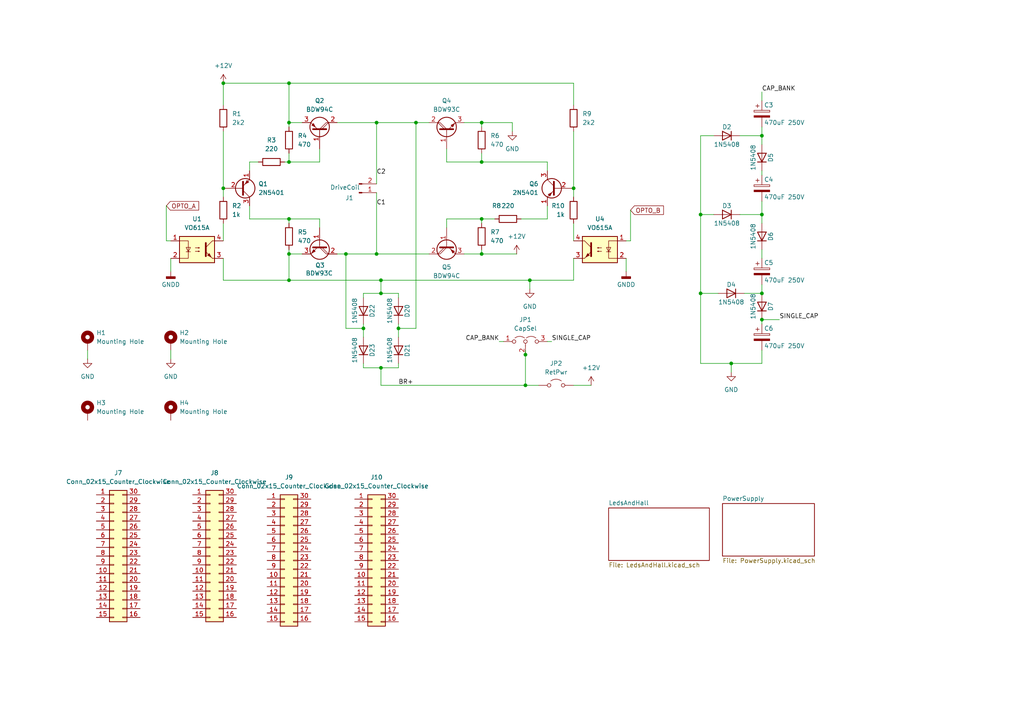
<source format=kicad_sch>
(kicad_sch (version 20231120) (generator "eeschema") (generator_version "8.0")
  (paper "A4")
  (lib_symbols
    (symbol "Components:2N5401" (pin_names (offset 0) hide)
      (property "Reference" "Q" (at 5.08 1.905 0))
      (property "Value" "2N5401" (at 5.08 0 0))
      (symbol "2N5401_0_1"
        (polyline (pts (xy 0.635 0.635) (xy 2.54 2.54)))
        (polyline (pts (xy 0.635 -0.635) (xy 2.54 -2.54) (xy 2.54 -2.54)))
        (polyline (pts (xy 0.635 1.905) (xy 0.635 -1.905) (xy 0.635 -1.905)) (stroke (width 0.508)))
        (polyline (pts (xy 2.286 -1.778) (xy 1.778 -2.286) (xy 1.27 -1.27) (xy 2.286 -1.778) (xy 2.286 -1.778)) (fill (type outline)))
        (circle (center 1.27 0) (radius 2.8194) (stroke (width 0.254)))
      )
      (symbol "2N5401_1_1"
        (pin passive line (at 2.54 -5.08 90) (length 2.54) (name "E") (number "1"))
        (pin input line (at -5.08 0 0) (length 5.715) (name "B") (number "2"))
        (pin passive line (at 2.54 5.08 270) (length 2.54) (name "C") (number "3"))
      )
    )
    (symbol "Components:470-uF-50V-ECA-1HM471" (pin_numbers hide) (pin_names (offset 0.254))
      (property "Reference" "C" (at 0.635 2.54 0))
      (property "Value" "470uF 50V" (at 0.635 -2.54 0))
      (symbol "470-uF-50V-ECA-1HM471_0_1"
        (rectangle (start -2.286 0.508) (end 2.286 1.016))
        (polyline (pts (xy -1.778 2.286) (xy -0.762 2.286)))
        (polyline (pts (xy -1.27 2.794) (xy -1.27 1.778)))
        (rectangle (start 2.286 -0.508) (end -2.286 -1.016) (fill (type outline)))
      )
      (symbol "470-uF-50V-ECA-1HM471_1_1"
        (pin passive line (at 0 3.81 270) (length 2.794) (name "~") (number "1"))
        (pin passive line (at 0 -3.81 90) (length 2.794) (name "~") (number "2"))
      )
    )
    (symbol "Connector:Conn_01x02_Pin" (pin_names (offset 1.016) hide)
      (property "Reference" "J" (at 0 2.54 0))
      (property "Value" "Conn_01x02_Pin" (at 0 -5.08 0))
      (symbol "Conn_01x02_Pin_1_1"
        (polyline (pts (xy 1.27 -2.54) (xy 0.8636 -2.54)) (stroke (width 0.1524)))
        (polyline (pts (xy 1.27 0) (xy 0.8636 0)) (stroke (width 0.1524)))
        (rectangle (start 0.8636 -2.413) (end 0 -2.667) (stroke (width 0.1524)) (fill (type outline)))
        (rectangle (start 0.8636 0.127) (end 0 -0.127) (stroke (width 0.1524)) (fill (type outline)))
        (pin passive line (at 5.08 0 180) (length 3.81) (name "Pin_1") (number "1"))
        (pin passive line (at 5.08 -2.54 180) (length 3.81) (name "Pin_2") (number "2"))
      )
    )
    (symbol "Connector_Generic:Conn_02x15_Counter_Clockwise" (pin_names (offset 1.016) hide)
      (property "Reference" "J" (at 1.27 20.32 0))
      (property "Value" "Conn_02x15_Counter_Clockwise" (at 1.27 -20.32 0))
      (symbol "Conn_02x15_Counter_Clockwise_1_1"
        (rectangle (start -1.27 -17.653) (end 0 -17.907) (stroke (width 0.1524)))
        (rectangle (start -1.27 -15.113) (end 0 -15.367) (stroke (width 0.1524)))
        (rectangle (start -1.27 -12.573) (end 0 -12.827) (stroke (width 0.1524)))
        (rectangle (start -1.27 -10.033) (end 0 -10.287) (stroke (width 0.1524)))
        (rectangle (start -1.27 -7.493) (end 0 -7.747) (stroke (width 0.1524)))
        (rectangle (start -1.27 -4.953) (end 0 -5.207) (stroke (width 0.1524)))
        (rectangle (start -1.27 -2.413) (end 0 -2.667) (stroke (width 0.1524)))
        (rectangle (start -1.27 0.127) (end 0 -0.127) (stroke (width 0.1524)))
        (rectangle (start -1.27 2.667) (end 0 2.413) (stroke (width 0.1524)))
        (rectangle (start -1.27 5.207) (end 0 4.953) (stroke (width 0.1524)))
        (rectangle (start -1.27 7.747) (end 0 7.493) (stroke (width 0.1524)))
        (rectangle (start -1.27 10.287) (end 0 10.033) (stroke (width 0.1524)))
        (rectangle (start -1.27 12.827) (end 0 12.573) (stroke (width 0.1524)))
        (rectangle (start -1.27 15.367) (end 0 15.113) (stroke (width 0.1524)))
        (rectangle (start -1.27 17.907) (end 0 17.653) (stroke (width 0.1524)))
        (rectangle (start -1.27 19.05) (end 3.81 -19.05) (stroke (width 0.254)) (fill (type background)))
        (rectangle (start 3.81 -17.653) (end 2.54 -17.907) (stroke (width 0.1524)))
        (rectangle (start 3.81 -15.113) (end 2.54 -15.367) (stroke (width 0.1524)))
        (rectangle (start 3.81 -12.573) (end 2.54 -12.827) (stroke (width 0.1524)))
        (rectangle (start 3.81 -10.033) (end 2.54 -10.287) (stroke (width 0.1524)))
        (rectangle (start 3.81 -7.493) (end 2.54 -7.747) (stroke (width 0.1524)))
        (rectangle (start 3.81 -4.953) (end 2.54 -5.207) (stroke (width 0.1524)))
        (rectangle (start 3.81 -2.413) (end 2.54 -2.667) (stroke (width 0.1524)))
        (rectangle (start 3.81 0.127) (end 2.54 -0.127) (stroke (width 0.1524)))
        (rectangle (start 3.81 2.667) (end 2.54 2.413) (stroke (width 0.1524)))
        (rectangle (start 3.81 5.207) (end 2.54 4.953) (stroke (width 0.1524)))
        (rectangle (start 3.81 7.747) (end 2.54 7.493) (stroke (width 0.1524)))
        (rectangle (start 3.81 10.287) (end 2.54 10.033) (stroke (width 0.1524)))
        (rectangle (start 3.81 12.827) (end 2.54 12.573) (stroke (width 0.1524)))
        (rectangle (start 3.81 15.367) (end 2.54 15.113) (stroke (width 0.1524)))
        (rectangle (start 3.81 17.907) (end 2.54 17.653) (stroke (width 0.1524)))
        (pin passive line (at -5.08 17.78 0) (length 3.81) (name "Pin_1") (number "1"))
        (pin passive line (at -5.08 -5.08 0) (length 3.81) (name "Pin_10") (number "10"))
        (pin passive line (at -5.08 -7.62 0) (length 3.81) (name "Pin_11") (number "11"))
        (pin passive line (at -5.08 -10.16 0) (length 3.81) (name "Pin_12") (number "12"))
        (pin passive line (at -5.08 -12.7 0) (length 3.81) (name "Pin_13") (number "13"))
        (pin passive line (at -5.08 -15.24 0) (length 3.81) (name "Pin_14") (number "14"))
        (pin passive line (at -5.08 -17.78 0) (length 3.81) (name "Pin_15") (number "15"))
        (pin passive line (at 7.62 -17.78 180) (length 3.81) (name "Pin_16") (number "16"))
        (pin passive line (at 7.62 -15.24 180) (length 3.81) (name "Pin_17") (number "17"))
        (pin passive line (at 7.62 -12.7 180) (length 3.81) (name "Pin_18") (number "18"))
        (pin passive line (at 7.62 -10.16 180) (length 3.81) (name "Pin_19") (number "19"))
        (pin passive line (at -5.08 15.24 0) (length 3.81) (name "Pin_2") (number "2"))
        (pin passive line (at 7.62 -7.62 180) (length 3.81) (name "Pin_20") (number "20"))
        (pin passive line (at 7.62 -5.08 180) (length 3.81) (name "Pin_21") (number "21"))
        (pin passive line (at 7.62 -2.54 180) (length 3.81) (name "Pin_22") (number "22"))
        (pin passive line (at 7.62 0 180) (length 3.81) (name "Pin_23") (number "23"))
        (pin passive line (at 7.62 2.54 180) (length 3.81) (name "Pin_24") (number "24"))
        (pin passive line (at 7.62 5.08 180) (length 3.81) (name "Pin_25") (number "25"))
        (pin passive line (at 7.62 7.62 180) (length 3.81) (name "Pin_26") (number "26"))
        (pin passive line (at 7.62 10.16 180) (length 3.81) (name "Pin_27") (number "27"))
        (pin passive line (at 7.62 12.7 180) (length 3.81) (name "Pin_28") (number "28"))
        (pin passive line (at 7.62 15.24 180) (length 3.81) (name "Pin_29") (number "29"))
        (pin passive line (at -5.08 12.7 0) (length 3.81) (name "Pin_3") (number "3"))
        (pin passive line (at 7.62 17.78 180) (length 3.81) (name "Pin_30") (number "30"))
        (pin passive line (at -5.08 10.16 0) (length 3.81) (name "Pin_4") (number "4"))
        (pin passive line (at -5.08 7.62 0) (length 3.81) (name "Pin_5") (number "5"))
        (pin passive line (at -5.08 5.08 0) (length 3.81) (name "Pin_6") (number "6"))
        (pin passive line (at -5.08 2.54 0) (length 3.81) (name "Pin_7") (number "7"))
        (pin passive line (at -5.08 0 0) (length 3.81) (name "Pin_8") (number "8"))
        (pin passive line (at -5.08 -2.54 0) (length 3.81) (name "Pin_9") (number "9"))
      )
    )
    (symbol "Device:R" (pin_numbers hide) (pin_names (offset 0))
      (property "Reference" "R" (at 2.032 0 90))
      (property "Value" "R" (at 0 0 90))
      (symbol "R_0_1"
        (rectangle (start -1.016 -2.54) (end 1.016 2.54) (stroke (width 0.254)))
      )
      (symbol "R_1_1"
        (pin passive line (at 0 3.81 270) (length 1.27) (name "~") (number "1"))
        (pin passive line (at 0 -3.81 90) (length 1.27) (name "~") (number "2"))
      )
    )
    (symbol "Diode:1N5408" (pin_numbers hide) (pin_names hide)
      (property "Reference" "D" (at 0 2.54 0))
      (property "Value" "1N5408" (at 0 -2.54 0))
      (symbol "1N5408_0_1"
        (polyline (pts (xy -1.27 1.27) (xy -1.27 -1.27)) (stroke (width 0.254)))
        (polyline (pts (xy 1.27 0) (xy -1.27 0)))
        (polyline (pts (xy 1.27 1.27) (xy 1.27 -1.27) (xy -1.27 0) (xy 1.27 1.27)) (stroke (width 0.254)))
      )
      (symbol "1N5408_1_1"
        (pin passive line (at -3.81 0 0) (length 2.54) (name "K") (number "1"))
        (pin passive line (at 3.81 0 180) (length 2.54) (name "A") (number "2"))
      )
    )
    (symbol "Isolator:VO615A" (pin_names (offset 0.762))
      (property "Reference" "U" (at 0 7.62 0))
      (property "Value" "VO615A" (at 0 5.08 0))
      (symbol "VO615A_0_1"
        (rectangle (start -5.08 3.81) (end 5.08 -3.81) (stroke (width 0.254)) (fill (type background)))
        (polyline (pts (xy -3.175 -0.635) (xy -1.905 -0.635)))
        (polyline (pts (xy 2.54 0.635) (xy 4.445 2.54)))
        (polyline (pts (xy 4.445 -2.54) (xy 2.54 -0.635)) (fill (type outline)))
        (polyline (pts (xy 4.445 -2.54) (xy 5.08 -2.54)))
        (polyline (pts (xy 4.445 2.54) (xy 5.08 2.54)))
        (polyline (pts (xy 2.54 1.905) (xy 2.54 -1.905) (xy 2.54 -1.905)) (stroke (width 0.508)))
        (polyline (pts (xy -5.08 2.54) (xy -2.54 2.54) (xy -2.54 -2.54) (xy -5.08 -2.54)))
        (polyline (pts (xy -2.54 -0.635) (xy -3.175 0.635) (xy -1.905 0.635) (xy -2.54 -0.635)))
        (polyline (pts (xy -0.508 -0.508) (xy 0.762 -0.508) (xy 0.381 -0.635) (xy 0.381 -0.381) (xy 0.762 -0.508)))
        (polyline (pts (xy -0.508 0.508) (xy 0.762 0.508) (xy 0.381 0.381) (xy 0.381 0.635) (xy 0.762 0.508)))
        (polyline (pts (xy 3.048 -1.651) (xy 3.556 -1.143) (xy 4.064 -2.159) (xy 3.048 -1.651) (xy 3.048 -1.651)) (fill (type outline)))
      )
      (symbol "VO615A_1_1"
        (pin passive line (at -7.62 2.54 0) (length 2.54) (name "~") (number "1"))
        (pin passive line (at -7.62 -2.54 0) (length 2.54) (name "~") (number "2"))
        (pin passive line (at 7.62 -2.54 180) (length 2.54) (name "~") (number "3"))
        (pin passive line (at 7.62 2.54 180) (length 2.54) (name "~") (number "4"))
      )
    )
    (symbol "Jumper:Jumper_2_Open" (pin_numbers hide) (pin_names (offset 0) hide) (exclude_from_sim yes)
      (property "Reference" "JP" (at 0 2.794 0))
      (property "Value" "Jumper_2_Open" (at 0 -2.286 0))
      (symbol "Jumper_2_Open_0_0"
        (circle (center -2.032 0) (radius 0.508))
        (circle (center 2.032 0) (radius 0.508))
      )
      (symbol "Jumper_2_Open_0_1"
        (arc (start 1.524 1.27) (mid 0 1.778) (end -1.524 1.27))
      )
      (symbol "Jumper_2_Open_1_1"
        (pin passive line (at -5.08 0 0) (length 2.54) (name "A") (number "1"))
        (pin passive line (at 5.08 0 180) (length 2.54) (name "B") (number "2"))
      )
    )
    (symbol "Jumper:Jumper_3_Open" (pin_names (offset 0) hide) (exclude_from_sim yes) (in_bom no)
      (property "Reference" "JP" (at -2.54 -2.54 0))
      (property "Value" "Jumper_3_Open" (at 0 2.794 0))
      (symbol "Jumper_3_Open_0_0"
        (circle (center -3.302 0) (radius 0.508))
        (circle (center 0 0) (radius 0.508))
        (circle (center 3.302 0) (radius 0.508))
      )
      (symbol "Jumper_3_Open_0_1"
        (arc (start -0.254 1.016) (mid -1.651 1.4992) (end -3.048 1.016))
        (polyline (pts (xy 0 -0.508) (xy 0 -1.27)))
        (arc (start 3.048 1.016) (mid 1.651 1.4992) (end 0.254 1.016))
      )
      (symbol "Jumper_3_Open_1_1"
        (pin passive line (at -6.35 0 0) (length 2.54) (name "A") (number "1"))
        (pin passive line (at 0 -3.81 90) (length 2.54) (name "C") (number "2"))
        (pin passive line (at 6.35 0 180) (length 2.54) (name "B") (number "3"))
      )
    )
    (symbol "Mechanical:MountingHole_Pad" (pin_numbers hide) (pin_names (offset 1.016) hide) (exclude_from_sim yes) (in_bom no)
      (property "Reference" "H" (at 0 6.35 0))
      (property "Value" "MountingHole_Pad" (at 0 4.445 0))
      (symbol "MountingHole_Pad_0_1"
        (circle (center 0 1.27) (radius 1.27) (stroke (width 1.27)))
      )
      (symbol "MountingHole_Pad_1_1"
        (pin input line (at 0 -2.54 90) (length 2.54) (name "1") (number "1"))
      )
    )
    (symbol "Transistor_BJT:BDW93C" (pin_names (offset 0) hide)
      (property "Reference" "Q" (at 5.08 1.905 0))
      (property "Value" "BDW93C" (at 5.08 0 0))
      (symbol "BDW93C_0_1"
        (polyline (pts (xy 0.635 0.635) (xy 2.54 2.54)))
        (polyline (pts (xy 0.635 -0.635) (xy 2.54 -2.54) (xy 2.54 -2.54)))
        (polyline (pts (xy 0.635 0) (xy 2.54 1.905) (xy 2.54 2.54)))
        (polyline (pts (xy 0.635 1.905) (xy 0.635 -1.905) (xy 0.635 -1.905)) (stroke (width 0.508)))
        (polyline (pts (xy 1.27 -1.778) (xy 1.778 -1.27) (xy 2.286 -2.286) (xy 1.27 -1.778) (xy 1.27 -1.778)) (fill (type outline)))
        (circle (center 1.27 0) (radius 2.8194) (stroke (width 0.254)))
      )
      (symbol "BDW93C_1_1"
        (polyline (pts (xy 0 0) (xy 0.508 0)))
        (pin input line (at -5.08 0 0) (length 5.08) (name "B") (number "1"))
        (pin passive line (at 2.54 5.08 270) (length 2.54) (name "C") (number "2"))
        (pin passive line (at 2.54 -5.08 90) (length 2.54) (name "E") (number "3"))
      )
    )
    (symbol "Transistor_BJT:BDW94C" (pin_names (offset 0) hide)
      (property "Reference" "Q" (at 5.08 1.905 0))
      (property "Value" "BDW94C" (at 5.08 0 0))
      (symbol "BDW94C_0_1"
        (polyline (pts (xy 0.635 0.635) (xy 2.54 2.54)))
        (polyline (pts (xy 0.635 -0.635) (xy 2.54 -2.54) (xy 2.54 -2.54)))
        (polyline (pts (xy 0.635 0) (xy 2.54 1.905) (xy 2.54 2.54)))
        (polyline (pts (xy 0.635 1.905) (xy 0.635 -1.905) (xy 0.635 -1.905)) (stroke (width 0.508)))
        (polyline (pts (xy 2.286 -1.778) (xy 1.778 -2.286) (xy 1.27 -1.27) (xy 2.286 -1.778) (xy 2.286 -1.778)) (fill (type outline)))
        (circle (center 1.27 0) (radius 2.8194) (stroke (width 0.254)))
      )
      (symbol "BDW94C_1_1"
        (pin input line (at -5.08 0 0) (length 5.715) (name "B") (number "1"))
        (pin passive line (at 2.54 5.08 270) (length 2.54) (name "C") (number "2"))
        (pin passive line (at 2.54 -5.08 90) (length 2.54) (name "E") (number "3"))
      )
    )
    (symbol "power:+12V" (power) (pin_numbers hide) (pin_names (offset 0) hide)
      (property "Value" "+12V" (at 0 3.556 0))
      (symbol "+12V_0_1"
        (polyline (pts (xy -0.762 1.27) (xy 0 2.54)))
        (polyline (pts (xy 0 0) (xy 0 2.54)))
        (polyline (pts (xy 0 2.54) (xy 0.762 1.27)))
      )
      (symbol "+12V_1_1"
        (pin power_in line (at 0 0 90) (length 0) (name "~") (number "1"))
      )
    )
    (symbol "power:GND" (power) (pin_numbers hide) (pin_names (offset 0) hide)
      (property "Value" "GND" (at 0 -3.81 0))
      (symbol "GND_0_1"
        (polyline (pts (xy 0 0) (xy 0 -1.27) (xy 1.27 -1.27) (xy 0 -2.54) (xy -1.27 -1.27) (xy 0 -1.27)))
      )
      (symbol "GND_1_1"
        (pin power_in line (at 0 0 270) (length 0) (name "~") (number "1"))
      )
    )
    (symbol "power:GNDD" (power) (pin_numbers hide) (pin_names (offset 0) hide)
      (property "Value" "GNDD" (at 0 -3.175 0))
      (symbol "GNDD_0_1"
        (rectangle (start -1.27 -1.524) (end 1.27 -2.032) (stroke (width 0.254)) (fill (type outline)))
        (polyline (pts (xy 0 0) (xy 0 -1.524)))
      )
      (symbol "GNDD_1_1"
        (pin power_in line (at 0 0 270) (length 0) (name "~") (number "1"))
      )
    )
  )
  (junction (at 152.4 102.87))
  (junction (at 105.41 95.25))
  (junction (at 220.98 92.71))
  (junction (at 100.33 73.66))
  (junction (at 139.7 73.66))
  (junction (at 152.4 111.76))
  (junction (at 110.49 106.68))
  (junction (at 203.2 62.23))
  (junction (at 212.09 105.41))
  (junction (at 64.77 54.61))
  (junction (at 83.82 35.56))
  (junction (at 139.7 63.5))
  (junction (at 139.7 46.99))
  (junction (at 83.82 46.99))
  (junction (at 64.77 24.13))
  (junction (at 83.82 63.5))
  (junction (at 166.37 54.61))
  (junction (at 109.22 35.56))
  (junction (at 109.22 73.66))
  (junction (at 139.7 35.56))
  (junction (at 220.98 85.09))
  (junction (at 83.82 73.66))
  (junction (at 110.49 81.28))
  (junction (at 83.82 24.13))
  (junction (at 115.57 95.25))
  (junction (at 83.82 81.28))
  (junction (at 220.98 39.37))
  (junction (at 110.49 85.09))
  (junction (at 220.98 62.23))
  (junction (at 203.2 85.09))
  (junction (at 120.65 35.56))
  (junction (at 153.67 81.28))
  (wire (pts (xy 220.98 62.23) (xy 220.98 64.77)))
  (wire (pts (xy 182.88 69.85) (xy 181.61 69.85)))
  (wire (pts (xy 83.82 36.83) (xy 83.82 35.56)))
  (wire (pts (xy 220.98 92.71) (xy 226.06 92.71)))
  (wire (pts (xy 110.49 106.68) (xy 110.49 111.76)))
  (wire (pts (xy 166.37 30.48) (xy 166.37 24.13)))
  (wire (pts (xy 220.98 92.71) (xy 220.98 93.98)))
  (wire (pts (xy 158.75 46.99) (xy 139.7 46.99)))
  (wire (pts (xy 166.37 81.28) (xy 153.67 81.28)))
  (wire (pts (xy 105.41 93.98) (xy 105.41 95.25)))
  (wire (pts (xy 64.77 74.93) (xy 64.77 81.28)))
  (wire (pts (xy 105.41 105.41) (xy 105.41 106.68)))
  (wire (pts (xy 151.13 63.5) (xy 158.75 63.5)))
  (wire (pts (xy 72.39 63.5) (xy 83.82 63.5)))
  (wire (pts (xy 166.37 54.61) (xy 166.37 57.15)))
  (wire (pts (xy 72.39 46.99) (xy 74.93 46.99)))
  (wire (pts (xy 152.4 111.76) (xy 156.21 111.76)))
  (wire (pts (xy 134.62 73.66) (xy 139.7 73.66)))
  (wire (pts (xy 64.77 81.28) (xy 83.82 81.28)))
  (wire (pts (xy 220.98 72.39) (xy 220.98 74.93)))
  (wire (pts (xy 83.82 24.13) (xy 83.82 35.56)))
  (wire (pts (xy 152.4 101.6) (xy 152.4 102.87)))
  (wire (pts (xy 48.26 59.69) (xy 48.26 59.6796)))
  (wire (pts (xy 92.71 66.04) (xy 92.71 63.5)))
  (wire (pts (xy 220.98 36.83) (xy 220.98 39.37)))
  (wire (pts (xy 158.75 99.06) (xy 160.02 99.06)))
  (wire (pts (xy 152.4 102.87) (xy 152.4 111.76)))
  (wire (pts (xy 48.26 59.6796) (xy 48.2217 59.6796)))
  (wire (pts (xy 83.82 46.99) (xy 82.55 46.99)))
  (wire (pts (xy 139.7 63.5) (xy 143.51 63.5)))
  (wire (pts (xy 110.49 85.09) (xy 110.49 81.28)))
  (wire (pts (xy 129.54 63.5) (xy 129.54 66.04)))
  (wire (pts (xy 139.7 44.45) (xy 139.7 46.99)))
  (wire (pts (xy 25.4 101.6) (xy 25.4 104.14)))
  (wire (pts (xy 214.63 62.23) (xy 220.98 62.23)))
  (wire (pts (xy 72.39 59.69) (xy 72.39 63.5)))
  (wire (pts (xy 87.63 73.66) (xy 83.82 73.66)))
  (wire (pts (xy 49.53 101.6) (xy 49.53 104.14)))
  (wire (pts (xy 166.37 64.77) (xy 166.37 69.85)))
  (wire (pts (xy 115.57 93.98) (xy 115.57 95.25)))
  (wire (pts (xy 100.33 73.66) (xy 109.22 73.66)))
  (wire (pts (xy 110.49 85.09) (xy 115.57 85.09)))
  (wire (pts (xy 110.49 106.68) (xy 115.57 106.68)))
  (wire (pts (xy 139.7 63.5) (xy 129.54 63.5)))
  (wire (pts (xy 203.2 62.23) (xy 203.2 85.09)))
  (wire (pts (xy 83.82 64.77) (xy 83.82 63.5)))
  (wire (pts (xy 83.82 73.66) (xy 83.82 81.28)))
  (wire (pts (xy 109.22 55.88) (xy 109.22 73.66)))
  (wire (pts (xy 203.2 105.41) (xy 212.09 105.41)))
  (wire (pts (xy 220.98 58.42) (xy 220.98 62.23)))
  (wire (pts (xy 220.98 39.37) (xy 220.98 41.91)))
  (wire (pts (xy 166.37 111.76) (xy 171.45 111.76)))
  (wire (pts (xy 220.98 82.55) (xy 220.98 85.09)))
  (wire (pts (xy 139.7 46.99) (xy 129.54 46.99)))
  (wire (pts (xy 83.82 24.13) (xy 166.37 24.13)))
  (wire (pts (xy 158.75 63.5) (xy 158.75 59.69)))
  (wire (pts (xy 139.7 64.77) (xy 139.7 63.5)))
  (wire (pts (xy 220.98 49.53) (xy 220.98 50.8)))
  (wire (pts (xy 64.77 38.1) (xy 64.77 54.61)))
  (wire (pts (xy 212.09 105.41) (xy 220.98 105.41)))
  (wire (pts (xy 109.22 35.56) (xy 120.65 35.56)))
  (wire (pts (xy 83.82 63.5) (xy 92.71 63.5)))
  (wire (pts (xy 109.22 35.56) (xy 109.22 53.34)))
  (wire (pts (xy 100.33 95.25) (xy 105.41 95.25)))
  (wire (pts (xy 105.41 85.09) (xy 110.49 85.09)))
  (wire (pts (xy 105.41 95.25) (xy 105.41 97.79)))
  (wire (pts (xy 83.82 44.45) (xy 83.82 46.99)))
  (wire (pts (xy 48.26 59.69) (xy 48.2217 59.6796)))
  (wire (pts (xy 139.7 73.66) (xy 149.86 73.66)))
  (wire (pts (xy 166.37 74.93) (xy 166.37 81.28)))
  (wire (pts (xy 115.57 95.25) (xy 115.57 97.79)))
  (wire (pts (xy 166.37 38.1) (xy 166.37 54.61)))
  (wire (pts (xy 100.33 95.25) (xy 100.33 73.66)))
  (wire (pts (xy 97.79 35.56) (xy 109.22 35.56)))
  (wire (pts (xy 212.09 105.41) (xy 212.09 107.95)))
  (wire (pts (xy 153.67 83.82) (xy 153.67 81.28)))
  (wire (pts (xy 83.82 35.56) (xy 87.63 35.56)))
  (wire (pts (xy 220.98 26.67) (xy 220.98 29.21)))
  (wire (pts (xy 105.41 86.36) (xy 105.41 85.09)))
  (wire (pts (xy 220.98 105.41) (xy 220.98 101.6)))
  (wire (pts (xy 64.77 64.77) (xy 64.77 69.85)))
  (wire (pts (xy 203.2 39.37) (xy 207.01 39.37)))
  (wire (pts (xy 105.41 106.68) (xy 110.49 106.68)))
  (wire (pts (xy 182.88 60.96) (xy 182.88 69.85)))
  (wire (pts (xy 64.77 54.61) (xy 64.77 57.15)))
  (wire (pts (xy 48.2217 59.6796) (xy 48.26 69.85)))
  (wire (pts (xy 72.39 49.53) (xy 72.39 46.99)))
  (wire (pts (xy 120.65 95.25) (xy 120.65 35.56)))
  (wire (pts (xy 110.49 81.28) (xy 153.67 81.28)))
  (wire (pts (xy 92.71 46.99) (xy 83.82 46.99)))
  (wire (pts (xy 83.82 72.39) (xy 83.82 73.66)))
  (wire (pts (xy 203.2 39.37) (xy 203.2 62.23)))
  (wire (pts (xy 214.63 39.37) (xy 220.98 39.37)))
  (wire (pts (xy 215.9 85.09) (xy 220.98 85.09)))
  (wire (pts (xy 92.71 43.18) (xy 92.71 46.99)))
  (wire (pts (xy 97.79 73.66) (xy 100.33 73.66)))
  (wire (pts (xy 139.7 73.66) (xy 139.7 72.39)))
  (wire (pts (xy 203.2 85.09) (xy 203.2 105.41)))
  (wire (pts (xy 144.78 99.06) (xy 146.05 99.06)))
  (wire (pts (xy 115.57 85.09) (xy 115.57 86.36)))
  (wire (pts (xy 115.57 106.68) (xy 115.57 105.41)))
  (wire (pts (xy 203.2 85.09) (xy 208.28 85.09)))
  (wire (pts (xy 64.77 24.13) (xy 64.77 30.48)))
  (wire (pts (xy 139.7 35.56) (xy 148.59 35.56)))
  (wire (pts (xy 110.49 111.76) (xy 152.4 111.76)))
  (wire (pts (xy 48.26 69.85) (xy 49.53 69.85)))
  (wire (pts (xy 120.65 35.56) (xy 124.46 35.56)))
  (wire (pts (xy 203.2 62.23) (xy 207.01 62.23)))
  (wire (pts (xy 49.53 74.93) (xy 49.53 78.74)))
  (wire (pts (xy 115.57 95.25) (xy 120.65 95.25)))
  (wire (pts (xy 148.59 38.1) (xy 148.59 35.56)))
  (wire (pts (xy 83.82 81.28) (xy 110.49 81.28)))
  (wire (pts (xy 139.7 35.56) (xy 134.62 35.56)))
  (wire (pts (xy 129.54 46.99) (xy 129.54 43.18)))
  (wire (pts (xy 139.7 35.56) (xy 139.7 36.83)))
  (wire (pts (xy 64.77 24.13) (xy 83.82 24.13)))
  (wire (pts (xy 158.75 49.53) (xy 158.75 46.99)))
  (wire (pts (xy 181.61 74.93) (xy 181.61 78.74)))
  (wire (pts (xy 109.22 73.66) (xy 124.46 73.66)))
  (label "C1" (at 109.22 59.69 0))
  (label "SINGLE_CAP" (at 160.02 99.06 0))
  (label "CAP_BANK" (at 144.78 99.06 180))
  (label "CAP_BANK" (at 220.98 26.67 0))
  (label "C2" (at 109.22 50.8 0))
  (label "SINGLE_CAP" (at 226.06 92.71 0))
  (label "BR+" (at 115.57 111.76 0))
  (global_label "OPTO_B" (shape input) (at 182.88 60.96 0) (property "Intersheetrefs" "${INTERSHEET_REFS}" (effects (hide yes))))
  (global_label "OPTO_A" (shape input) (at 48.26 59.69 0) (property "Intersheetrefs" "${INTERSHEET_REFS}" (effects (hide yes))))
  (symbol (lib_id "Diode:1N5408") (at 212.09 85.09 0) (mirror y) (unit 1)
    (property "Reference" "D4" (at 212.09 82.55 0))
    (property "Value" "1N5408" (at 212.09 87.63 0))
    (property "Footprint" "Diode_THT:D_DO-201AD_P15.24mm_Horizontal" (effects (hide yes)))
    (property "Datasheet" "http://www.vishay.com/docs/88516/1n5400.pdf" (effects (hide yes)))
    (property "Description" "1000V 3A General Purpose Rectifier Diode, DO-201AD" (effects (hide yes)))
    (property "Sim.Device" "D" (effects (hide yes)))
    (property "Sim.Pins" "1=K 2=A" (effects (hide yes)))
  )
  (symbol (lib_id "Diode:1N5408") (at 220.98 68.58 270) (mirror x) (unit 1)
    (property "Reference" "D6" (at 223.52 68.58 0))
    (property "Value" "1N5408" (at 218.44 68.58 0))
    (property "Footprint" "Diode_THT:D_DO-201AD_P15.24mm_Horizontal" (effects (hide yes)))
    (property "Datasheet" "http://www.vishay.com/docs/88516/1n5400.pdf" (effects (hide yes)))
    (property "Description" "1000V 3A General Purpose Rectifier Diode, DO-201AD" (effects (hide yes)))
    (property "Sim.Device" "D" (effects (hide yes)))
    (property "Sim.Pins" "1=K 2=A" (effects (hide yes)))
  )
  (symbol (lib_id "Diode:1N5408") (at 105.41 90.17 270) (mirror x) (unit 1)
    (property "Reference" "D22" (at 107.95 90.17 0))
    (property "Value" "1N5408" (at 102.87 90.17 0))
    (property "Footprint" "Diode_THT:D_DO-201AD_P15.24mm_Horizontal" (effects (hide yes)))
    (property "Datasheet" "http://www.vishay.com/docs/88516/1n5400.pdf" (effects (hide yes)))
    (property "Description" "1000V 3A General Purpose Rectifier Diode, DO-201AD" (effects (hide yes)))
    (property "Sim.Device" "D" (effects (hide yes)))
    (property "Sim.Pins" "1=K 2=A" (effects (hide yes)))
  )
  (symbol (lib_id "Connector_Generic:Conn_02x15_Counter_Clockwise") (at 60.96 161.29 0) (unit 1)
    (property "Reference" "J8" (at 62.23 137.16 0))
    (property "Value" "Conn_02x15_Counter_Clockwise" (at 62.23 139.7 0))
    (property "Footprint" "Connector_PinHeader_2.54mm:PinHeader_2x15_P2.54mm_Vertical" (effects (hide yes)))
    (property "Description" "Generic connector, double row, 02x15, counter clockwise pin numbering scheme (similar to DIP package numbering), script generated (kicad-library-utils/schlib/autogen/connector/)" (effects (hide yes)))
  )
  (symbol (lib_id "Transistor_BJT:BDW94C") (at 129.54 71.12 90) (mirror x) (unit 1)
    (property "Reference" "Q5" (at 129.54 77.47 90))
    (property "Value" "BDW94C" (at 129.54 80.01 90))
    (property "Footprint" "Package_TO_SOT_THT:TO-220-3_Vertical" (effects (hide yes)))
    (property "Datasheet" "http://www.bourns.com/data/global/pdfs/bdw94.pdf" (effects (hide yes)))
    (property "Description" "12A Ic, 100V Vce, Power Darlington PNP Transistor, TO-220" (effects (hide yes)))
  )
  (symbol (lib_id "Device:R") (at 78.74 46.99 90) (unit 1)
    (property "Reference" "R3" (at 78.74 40.64 90))
    (property "Value" "220" (at 78.74 43.18 90))
    (property "Footprint" "Resistor_THT:R_Axial_DIN0414_L11.9mm_D4.5mm_P15.24mm_Horizontal" (effects (hide yes)))
    (property "Description" "Resistor" (effects (hide yes)))
  )
  (symbol (lib_id "Jumper:Jumper_2_Open") (at 161.29 111.76 0) (unit 1) (exclude_from_sim yes)
    (property "Reference" "JP2" (at 161.29 105.41 0))
    (property "Value" "RetPwr" (at 161.29 107.95 0))
    (property "Footprint" "Connector_PinHeader_2.54mm:PinHeader_1x02_P2.54mm_Vertical" (effects (hide yes)))
    (property "Description" "Jumper, 2-pole, open" (effects (hide yes)))
  )
  (symbol (lib_id "Connector_Generic:Conn_02x15_Counter_Clockwise") (at 107.95 162.56 0) (unit 1)
    (property "Reference" "J10" (at 109.22 138.43 0))
    (property "Value" "Conn_02x15_Counter_Clockwise" (at 109.22 140.97 0))
    (property "Footprint" "Connector_PinHeader_2.54mm:PinHeader_2x15_P2.54mm_Vertical" (effects (hide yes)))
    (property "Description" "Generic connector, double row, 02x15, counter clockwise pin numbering scheme (similar to DIP package numbering), script generated (kicad-library-utils/schlib/autogen/connector/)" (effects (hide yes)))
  )
  (symbol (lib_id "Diode:1N5408") (at 220.98 45.72 270) (mirror x) (unit 1)
    (property "Reference" "D5" (at 223.52 45.72 0))
    (property "Value" "1N5408" (at 218.44 45.72 0))
    (property "Footprint" "Diode_THT:D_DO-201AD_P15.24mm_Horizontal" (effects (hide yes)))
    (property "Datasheet" "http://www.vishay.com/docs/88516/1n5400.pdf" (effects (hide yes)))
    (property "Description" "1000V 3A General Purpose Rectifier Diode, DO-201AD" (effects (hide yes)))
    (property "Sim.Device" "D" (effects (hide yes)))
    (property "Sim.Pins" "1=K 2=A" (effects (hide yes)))
  )
  (symbol (lib_id "Diode:1N5408") (at 115.57 90.17 270) (mirror x) (unit 1)
    (property "Reference" "D20" (at 118.11 90.17 0))
    (property "Value" "1N5408" (at 113.03 90.17 0))
    (property "Footprint" "Diode_THT:D_DO-201AD_P15.24mm_Horizontal" (effects (hide yes)))
    (property "Datasheet" "http://www.vishay.com/docs/88516/1n5400.pdf" (effects (hide yes)))
    (property "Description" "1000V 3A General Purpose Rectifier Diode, DO-201AD" (effects (hide yes)))
    (property "Sim.Device" "D" (effects (hide yes)))
    (property "Sim.Pins" "1=K 2=A" (effects (hide yes)))
  )
  (symbol (lib_id "power:GND") (at 153.67 83.82 0) (unit 1)
    (property "Reference" "#PWR0116" (effects (hide yes)))
    (property "Value" "GND" (at 153.67 88.9 0))
    (property "Description" "Power symbol creates a global label with name \"GND\" , ground" (effects (hide yes)))
  )
  (symbol (lib_id "Diode:1N5408") (at 220.98 88.9 270) (mirror x) (unit 1)
    (property "Reference" "D7" (at 223.52 88.9 0))
    (property "Value" "1N5408" (at 218.44 88.9 0))
    (property "Footprint" "Diode_THT:D_DO-201AD_P15.24mm_Horizontal" (effects (hide yes)))
    (property "Datasheet" "http://www.vishay.com/docs/88516/1n5400.pdf" (effects (hide yes)))
    (property "Description" "1000V 3A General Purpose Rectifier Diode, DO-201AD" (effects (hide yes)))
    (property "Sim.Device" "D" (effects (hide yes)))
    (property "Sim.Pins" "1=K 2=A" (effects (hide yes)))
  )
  (symbol (lib_id "power:GND") (at 148.59 38.1 0) (unit 1)
    (property "Reference" "#PWR0115" (effects (hide yes)))
    (property "Value" "GND" (at 148.59 43.18 0))
    (property "Description" "Power symbol creates a global label with name \"GND\" , ground" (effects (hide yes)))
  )
  (symbol (lib_id "Mechanical:MountingHole_Pad") (at 49.53 119.38 0) (unit 1) (exclude_from_sim yes) (in_bom no)
    (property "Reference" "H4" (at 52.07 116.8399 0) (effects (justify left)))
    (property "Value" "Mounting Hole" (at 52.07 119.3799 0) (effects (justify left)))
    (property "Footprint" "MountingHole:MountingHole_3.2mm_M3_DIN965_Pad" (effects (hide yes)))
    (property "Description" "Mounting Hole with connection" (effects (hide yes)))
  )
  (symbol (lib_id "Components:470-uF-50V-ECA-1HM471") (at 220.98 54.61 0) (unit 1)
    (property "Reference" "C4" (at 221.615 52.07 0) (effects (justify left)))
    (property "Value" "470uF 250V" (at 221.615 57.15 0) (effects (justify left)))
    (property "Footprint" "Capacitor_THT:CP_Radial_D10.0mm_P5.00mm" (effects (hide yes)))
    (property "Datasheet" "https://mm.digikey.com/Volume0/opasdata/d220001/medias/docus/2452/ECA-xxM%20Series%2CTypeA.pdf" (effects (hide yes)))
    (property "Description" "Polarized capacitor" (effects (hide yes)))
    (property "Digikey" "https://www.digikey.nl/short/nq94djb8" (effects (hide yes)))
  )
  (symbol (lib_id "Device:R") (at 147.32 63.5 90) (unit 1)
    (property "Reference" "R8" (at 144.018 59.69 90))
    (property "Value" "220" (at 147.32 59.69 90))
    (property "Footprint" "Resistor_THT:R_Axial_DIN0414_L11.9mm_D4.5mm_P15.24mm_Horizontal" (effects (hide yes)))
    (property "Description" "Resistor" (effects (hide yes)))
  )
  (symbol (lib_id "Components:2N5401") (at 161.29 54.61 0) (mirror y) (unit 1)
    (property "Reference" "Q6" (at 156.21 53.3399 0) (effects (justify left)))
    (property "Value" "2N5401" (at 156.21 55.8799 0) (effects (justify left)))
    (property "Footprint" "Package_TO_SOT_THT:TO-92_Inline" (effects (hide yes)))
    (property "Datasheet" "https://diotec.com/request/datasheet/2n5400.pdf" (effects (hide yes)))
    (property "Description" "BJT TO-92 150V 600MA PNP 0.625W" (effects (hide yes)))
    (property "Digikey" "https://www.digikey.nl/short/hrnt4cb2" (effects (hide yes)))
  )
  (symbol (lib_id "Diode:1N5408") (at 105.41 101.6 270) (mirror x) (unit 1)
    (property "Reference" "D23" (at 107.95 101.6 0))
    (property "Value" "1N5408" (at 102.87 101.6 0))
    (property "Footprint" "Diode_THT:D_DO-201AD_P15.24mm_Horizontal" (effects (hide yes)))
    (property "Datasheet" "http://www.vishay.com/docs/88516/1n5400.pdf" (effects (hide yes)))
    (property "Description" "1000V 3A General Purpose Rectifier Diode, DO-201AD" (effects (hide yes)))
    (property "Sim.Device" "D" (effects (hide yes)))
    (property "Sim.Pins" "1=K 2=A" (effects (hide yes)))
  )
  (symbol (lib_id "power:+12V") (at 64.77 24.13 0) (unit 1)
    (property "Reference" "#PWR0125" (effects (hide yes)))
    (property "Value" "+12V" (at 64.77 19.05 0))
    (property "Description" "Power symbol creates a global label with name \"+12V\"" (effects (hide yes)))
  )
  (symbol (lib_id "Device:R") (at 83.82 40.64 180) (unit 1)
    (property "Reference" "R4" (at 86.36 39.3699 0) (effects (justify right)))
    (property "Value" "470" (at 86.36 41.9099 0) (effects (justify right)))
    (property "Footprint" "Resistor_THT:R_Axial_DIN0414_L11.9mm_D4.5mm_P15.24mm_Horizontal" (effects (hide yes)))
    (property "Description" "Resistor" (effects (hide yes)))
  )
  (symbol (lib_id "Components:2N5401") (at 69.85 54.61 0) (mirror x) (unit 1)
    (property "Reference" "Q1" (at 74.93 53.3399 0) (effects (justify left)))
    (property "Value" "2N5401" (at 74.93 55.8799 0) (effects (justify left)))
    (property "Footprint" "Package_TO_SOT_THT:TO-92_Inline" (effects (hide yes)))
    (property "Datasheet" "https://diotec.com/request/datasheet/2n5400.pdf" (effects (hide yes)))
    (property "Description" "BJT TO-92 150V 600MA PNP 0.625W" (effects (hide yes)))
    (property "Digikey" "https://www.digikey.nl/short/hrnt4cb2" (effects (hide yes)))
  )
  (symbol (lib_id "Mechanical:MountingHole_Pad") (at 25.4 99.06 0) (unit 1) (exclude_from_sim yes) (in_bom no)
    (property "Reference" "H1" (at 27.94 96.5199 0) (effects (justify left)))
    (property "Value" "Mounting Hole" (at 27.94 99.0599 0) (effects (justify left)))
    (property "Footprint" "MountingHole:MountingHole_3.2mm_M3_DIN965_Pad" (effects (hide yes)))
    (property "Description" "Mounting Hole with connection" (effects (hide yes)))
  )
  (symbol (lib_id "Device:R") (at 64.77 34.29 0) (unit 1)
    (property "Reference" "R1" (at 67.31 33.0199 0) (effects (justify left)))
    (property "Value" "2k2" (at 67.31 35.5599 0) (effects (justify left)))
    (property "Footprint" "Resistor_THT:R_Axial_DIN0207_L6.3mm_D2.5mm_P10.16mm_Horizontal" (effects (hide yes)))
    (property "Description" "Resistor" (effects (hide yes)))
  )
  (symbol (lib_id "Diode:1N5408") (at 210.82 39.37 0) (mirror y) (unit 1)
    (property "Reference" "D2" (at 210.82 36.83 0))
    (property "Value" "1N5408" (at 210.82 41.91 0))
    (property "Footprint" "Diode_THT:D_DO-201AD_P15.24mm_Horizontal" (effects (hide yes)))
    (property "Datasheet" "http://www.vishay.com/docs/88516/1n5400.pdf" (effects (hide yes)))
    (property "Description" "1000V 3A General Purpose Rectifier Diode, DO-201AD" (effects (hide yes)))
    (property "Sim.Device" "D" (effects (hide yes)))
    (property "Sim.Pins" "1=K 2=A" (effects (hide yes)))
  )
  (symbol (lib_id "Mechanical:MountingHole_Pad") (at 49.53 99.06 0) (unit 1) (exclude_from_sim yes) (in_bom no)
    (property "Reference" "H2" (at 52.07 96.5199 0) (effects (justify left)))
    (property "Value" "Mounting Hole" (at 52.07 99.0599 0) (effects (justify left)))
    (property "Footprint" "MountingHole:MountingHole_3.2mm_M3_DIN965_Pad" (effects (hide yes)))
    (property "Description" "Mounting Hole with connection" (effects (hide yes)))
  )
  (symbol (lib_id "Connector:Conn_01x02_Pin") (at 104.14 55.88 0) (mirror x) (unit 1)
    (property "Reference" "J1" (at 101.346 57.404 0))
    (property "Value" "DriveCoil" (at 100.076 54.356 0))
    (property "Footprint" "TerminalBlock_Phoenix:TerminalBlock_Phoenix_MKDS-1,5-2-5.08_1x02_P5.08mm_Horizontal" (effects (hide yes)))
    (property "Description" "Generic connector, single row, 01x02, script generated" (effects (hide yes)))
  )
  (symbol (lib_id "Components:470-uF-50V-ECA-1HM471") (at 220.98 78.74 0) (unit 1)
    (property "Reference" "C5" (at 221.615 76.2 0) (effects (justify left)))
    (property "Value" "470uF 250V" (at 221.615 81.28 0) (effects (justify left)))
    (property "Footprint" "Capacitor_THT:CP_Radial_D10.0mm_P5.00mm" (effects (hide yes)))
    (property "Datasheet" "https://mm.digikey.com/Volume0/opasdata/d220001/medias/docus/2452/ECA-xxM%20Series%2CTypeA.pdf" (effects (hide yes)))
    (property "Description" "Polarized capacitor" (effects (hide yes)))
    (property "Digikey" "https://www.digikey.nl/short/nq94djb8" (effects (hide yes)))
  )
  (symbol (lib_id "Device:R") (at 64.77 60.96 0) (unit 1)
    (property "Reference" "R2" (at 67.31 59.6899 0) (effects (justify left)))
    (property "Value" "1k" (at 67.31 62.2299 0) (effects (justify left)))
    (property "Footprint" "Resistor_THT:R_Axial_DIN0207_L6.3mm_D2.5mm_P10.16mm_Horizontal" (effects (hide yes)))
    (property "Description" "Resistor" (effects (hide yes)))
  )
  (symbol (lib_id "power:+12V") (at 149.86 73.66 0) (unit 1)
    (property "Reference" "#PWR0114" (effects (hide yes)))
    (property "Value" "+12V" (at 149.86 68.58 0))
    (property "Description" "Power symbol creates a global label with name \"+12V\"" (effects (hide yes)))
  )
  (symbol (lib_id "Device:R") (at 139.7 40.64 180) (unit 1)
    (property "Reference" "R6" (at 142.24 39.3699 0) (effects (justify right)))
    (property "Value" "470" (at 142.24 41.9099 0) (effects (justify right)))
    (property "Footprint" "Resistor_THT:R_Axial_DIN0414_L11.9mm_D4.5mm_P15.24mm_Horizontal" (effects (hide yes)))
    (property "Description" "Resistor" (effects (hide yes)))
  )
  (symbol (lib_id "Isolator:VO615A") (at 173.99 72.39 0) (mirror y) (unit 1)
    (property "Reference" "U4" (at 173.99 63.5 0))
    (property "Value" "VO615A" (at 173.99 66.04 0))
    (property "Footprint" "Package_DIP:DIP-4_W7.62mm_LongPads" (effects (hide yes)))
    (property "Datasheet" "http://www.vishay.com/docs/81753/vo615a.pdf" (effects (hide yes)))
    (property "Description" "DC Optocoupler, Vce 70V, CTR 50-600% @ 5mA, Viso 5000Vrms, DIP4" (effects (hide yes)))
  )
  (symbol (lib_id "power:GNDD") (at 49.53 78.74 0) (unit 1)
    (property "Reference" "#PWR0119" (effects (hide yes)))
    (property "Value" "GNDD" (at 49.53 82.55 0))
    (property "Description" "Power symbol creates a global label with name \"GNDD\" , digital ground" (effects (hide yes)))
  )
  (symbol (lib_id "Transistor_BJT:BDW94C") (at 92.71 38.1 270) (mirror x) (unit 1)
    (property "Reference" "Q2" (at 92.71 29.21 90))
    (property "Value" "BDW94C" (at 92.71 31.75 90))
    (property "Footprint" "Package_TO_SOT_THT:TO-220-3_Vertical" (effects (hide yes)))
    (property "Datasheet" "http://www.bourns.com/data/global/pdfs/bdw94.pdf" (effects (hide yes)))
    (property "Description" "12A Ic, 100V Vce, Power Darlington PNP Transistor, TO-220" (effects (hide yes)))
  )
  (symbol (lib_id "Device:R") (at 166.37 60.96 0) (mirror y) (unit 1)
    (property "Reference" "R10" (at 163.83 59.6899 0) (effects (justify left)))
    (property "Value" "1k" (at 163.83 62.2299 0) (effects (justify left)))
    (property "Footprint" "Resistor_THT:R_Axial_DIN0207_L6.3mm_D2.5mm_P10.16mm_Horizontal" (effects (hide yes)))
    (property "Description" "Resistor" (effects (hide yes)))
  )
  (symbol (lib_id "power:GND") (at 49.53 104.14 0) (unit 1)
    (property "Reference" "#PWR039" (effects (hide yes)))
    (property "Value" "GND" (at 49.53 109.22 0))
    (property "Description" "Power symbol creates a global label with name \"GND\" , ground" (effects (hide yes)))
  )
  (symbol (lib_id "power:+12V") (at 171.45 111.76 0) (unit 1)
    (property "Reference" "#PWR0117" (effects (hide yes)))
    (property "Value" "+12V" (at 171.45 106.68 0))
    (property "Description" "Power symbol creates a global label with name \"+12V\"" (effects (hide yes)))
  )
  (symbol (lib_id "Components:470-uF-50V-ECA-1HM471") (at 220.98 97.79 0) (unit 1)
    (property "Reference" "C6" (at 221.615 95.25 0) (effects (justify left)))
    (property "Value" "470uF 250V" (at 221.615 100.33 0) (effects (justify left)))
    (property "Footprint" "Capacitor_THT:CP_Radial_D10.0mm_P5.00mm" (effects (hide yes)))
    (property "Datasheet" "https://mm.digikey.com/Volume0/opasdata/d220001/medias/docus/2452/ECA-xxM%20Series%2CTypeA.pdf" (effects (hide yes)))
    (property "Description" "Polarized capacitor" (effects (hide yes)))
    (property "Digikey" "https://www.digikey.nl/short/nq94djb8" (effects (hide yes)))
  )
  (symbol (lib_id "power:GND") (at 25.4 104.14 0) (unit 1)
    (property "Reference" "#PWR038" (effects (hide yes)))
    (property "Value" "GND" (at 25.4 109.22 0))
    (property "Description" "Power symbol creates a global label with name \"GND\" , ground" (effects (hide yes)))
  )
  (symbol (lib_id "Diode:1N5408") (at 115.57 101.6 270) (mirror x) (unit 1)
    (property "Reference" "D21" (at 118.11 101.6 0))
    (property "Value" "1N5408" (at 113.03 101.6 0))
    (property "Footprint" "Diode_THT:D_DO-201AD_P15.24mm_Horizontal" (effects (hide yes)))
    (property "Datasheet" "http://www.vishay.com/docs/88516/1n5400.pdf" (effects (hide yes)))
    (property "Description" "1000V 3A General Purpose Rectifier Diode, DO-201AD" (effects (hide yes)))
    (property "Sim.Device" "D" (effects (hide yes)))
    (property "Sim.Pins" "1=K 2=A" (effects (hide yes)))
  )
  (symbol (lib_id "Device:R") (at 83.82 68.58 180) (unit 1)
    (property "Reference" "R5" (at 86.36 67.3099 0) (effects (justify right)))
    (property "Value" "470" (at 86.36 69.8499 0) (effects (justify right)))
    (property "Footprint" "Resistor_THT:R_Axial_DIN0414_L11.9mm_D4.5mm_P15.24mm_Horizontal" (effects (hide yes)))
    (property "Description" "Resistor" (effects (hide yes)))
  )
  (symbol (lib_id "Device:R") (at 139.7 68.58 180) (unit 1)
    (property "Reference" "R7" (at 142.24 67.3099 0) (effects (justify right)))
    (property "Value" "470" (at 142.24 69.8499 0) (effects (justify right)))
    (property "Footprint" "Resistor_THT:R_Axial_DIN0414_L11.9mm_D4.5mm_P15.24mm_Horizontal" (effects (hide yes)))
    (property "Description" "Resistor" (effects (hide yes)))
  )
  (symbol (lib_id "Connector_Generic:Conn_02x15_Counter_Clockwise") (at 33.02 161.29 0) (unit 1)
    (property "Reference" "J7" (at 34.29 137.16 0))
    (property "Value" "Conn_02x15_Counter_Clockwise" (at 34.29 139.7 0))
    (property "Footprint" "Connector_PinHeader_2.54mm:PinHeader_2x15_P2.54mm_Vertical" (effects (hide yes)))
    (property "Description" "Generic connector, double row, 02x15, counter clockwise pin numbering scheme (similar to DIP package numbering), script generated (kicad-library-utils/schlib/autogen/connector/)" (effects (hide yes)))
  )
  (symbol (lib_id "power:GND") (at 212.09 107.95 0) (unit 1)
    (property "Reference" "#PWR0105" (effects (hide yes)))
    (property "Value" "GND" (at 212.09 113.03 0))
    (property "Description" "Power symbol creates a global label with name \"GND\" , ground" (effects (hide yes)))
  )
  (symbol (lib_id "Jumper:Jumper_3_Open") (at 152.4 99.06 0) (unit 1) (exclude_from_sim yes) (in_bom no)
    (property "Reference" "JP1" (at 152.4 92.71 0))
    (property "Value" "CapSel" (at 152.4 95.25 0))
    (property "Footprint" "Connector_PinHeader_2.54mm:PinHeader_1x03_P2.54mm_Vertical" (effects (hide yes)))
    (property "Description" "Jumper, 3-pole, both open" (effects (hide yes)))
  )
  (symbol (lib_id "Mechanical:MountingHole_Pad") (at 25.4 119.38 0) (unit 1) (exclude_from_sim yes) (in_bom no)
    (property "Reference" "H3" (at 27.94 116.8399 0) (effects (justify left)))
    (property "Value" "Mounting Hole" (at 27.94 119.3799 0) (effects (justify left)))
    (property "Footprint" "MountingHole:MountingHole_3.2mm_M3_DIN965_Pad" (effects (hide yes)))
    (property "Description" "Mounting Hole with connection" (effects (hide yes)))
  )
  (symbol (lib_id "Transistor_BJT:BDW93C") (at 129.54 38.1 90) (unit 1)
    (property "Reference" "Q4" (at 129.54 29.21 90))
    (property "Value" "BDW93C" (at 129.54 31.75 90))
    (property "Footprint" "Package_TO_SOT_THT:TO-220-3_Vertical" (effects (hide yes)))
    (property "Datasheet" "https://www.onsemi.com/pub/Collateral/BDW93C-D.pdf" (effects (hide yes)))
    (property "Description" "12A Ic, 100V Vce, Power Darlington NPN Transistor, TO-220" (effects (hide yes)))
  )
  (symbol (lib_id "Connector_Generic:Conn_02x15_Counter_Clockwise") (at 82.55 162.56 0) (unit 1)
    (property "Reference" "J9" (at 83.82 138.43 0))
    (property "Value" "Conn_02x15_Counter_Clockwise" (at 83.82 140.97 0))
    (property "Footprint" "Connector_PinHeader_2.54mm:PinHeader_2x15_P2.54mm_Vertical" (effects (hide yes)))
    (property "Description" "Generic connector, double row, 02x15, counter clockwise pin numbering scheme (similar to DIP package numbering), script generated (kicad-library-utils/schlib/autogen/connector/)" (effects (hide yes)))
  )
  (symbol (lib_id "Device:R") (at 166.37 34.29 0) (unit 1)
    (property "Reference" "R9" (at 168.91 33.0199 0) (effects (justify left)))
    (property "Value" "2k2" (at 168.91 35.5599 0) (effects (justify left)))
    (property "Footprint" "Resistor_THT:R_Axial_DIN0207_L6.3mm_D2.5mm_P10.16mm_Horizontal" (effects (hide yes)))
    (property "Description" "Resistor" (effects (hide yes)))
  )
  (symbol (lib_id "power:GNDD") (at 181.61 78.74 0) (mirror y) (unit 1)
    (property "Reference" "#PWR0118" (effects (hide yes)))
    (property "Value" "GNDD" (at 181.61 82.55 0))
    (property "Description" "Power symbol creates a global label with name \"GNDD\" , digital ground" (effects (hide yes)))
  )
  (symbol (lib_id "Transistor_BJT:BDW93C") (at 92.71 71.12 270) (unit 1)
    (property "Reference" "Q3" (at 91.44 76.962 90) (effects (justify left)))
    (property "Value" "BDW93C" (at 88.646 79.248 90) (effects (justify left)))
    (property "Footprint" "Package_TO_SOT_THT:TO-220-3_Vertical" (effects (hide yes)))
    (property "Datasheet" "https://www.onsemi.com/pub/Collateral/BDW93C-D.pdf" (effects (hide yes)))
    (property "Description" "12A Ic, 100V Vce, Power Darlington NPN Transistor, TO-220" (effects (hide yes)))
  )
  (symbol (lib_id "Diode:1N5408") (at 210.82 62.23 0) (mirror y) (unit 1)
    (property "Reference" "D3" (at 210.82 59.69 0))
    (property "Value" "1N5408" (at 210.82 64.77 0))
    (property "Footprint" "Diode_THT:D_DO-201AD_P15.24mm_Horizontal" (effects (hide yes)))
    (property "Datasheet" "http://www.vishay.com/docs/88516/1n5400.pdf" (effects (hide yes)))
    (property "Description" "1000V 3A General Purpose Rectifier Diode, DO-201AD" (effects (hide yes)))
    (property "Sim.Device" "D" (effects (hide yes)))
    (property "Sim.Pins" "1=K 2=A" (effects (hide yes)))
  )
  (symbol (lib_id "Components:470-uF-50V-ECA-1HM471") (at 220.98 33.02 0) (unit 1)
    (property "Reference" "C3" (at 221.615 30.48 0) (effects (justify left)))
    (property "Value" "470uF 250V" (at 221.615 35.56 0) (effects (justify left)))
    (property "Footprint" "Capacitor_THT:CP_Radial_D10.0mm_P5.00mm" (effects (hide yes)))
    (property "Datasheet" "https://mm.digikey.com/Volume0/opasdata/d220001/medias/docus/2452/ECA-xxM%20Series%2CTypeA.pdf" (effects (hide yes)))
    (property "Description" "Polarized capacitor" (effects (hide yes)))
    (property "Digikey" "https://www.digikey.nl/short/nq94djb8" (effects (hide yes)))
  )
  (symbol (lib_id "Isolator:VO615A") (at 57.15 72.39 0) (unit 1)
    (property "Reference" "U1" (at 57.15 63.5 0))
    (property "Value" "VO615A" (at 57.15 66.04 0))
    (property "Footprint" "Package_DIP:DIP-4_W7.62mm_LongPads" (effects (hide yes)))
    (property "Datasheet" "http://www.vishay.com/docs/81753/vo615a.pdf" (effects (hide yes)))
    (property "Description" "DC Optocoupler, Vce 70V, CTR 50-600% @ 5mA, Viso 5000Vrms, DIP4" (effects (hide yes)))
  )
  (sheet (at 209.55 146.05) (size 26.67 15.24) (stroke (width 0.1524))
    (property "Sheetname" "PowerSupply" (at 209.55 145.3384 0) (effects (justify left bottom)))
    (property "Sheetfile" "PowerSupply.kicad_sch" (at 209.55 161.8746 0) (effects (justify left top)))
  )
  (sheet (at 176.53 147.32) (size 29.21 15.24) (stroke (width 0.1524))
    (property "Sheetname" "LedsAndHall" (at 176.53 146.6084 0) (effects (justify left bottom)))
    (property "Sheetfile" "LedsAndHall.kicad_sch" (at 176.53 163.1446 0) (effects (justify left top)))
  )
)
</source>
